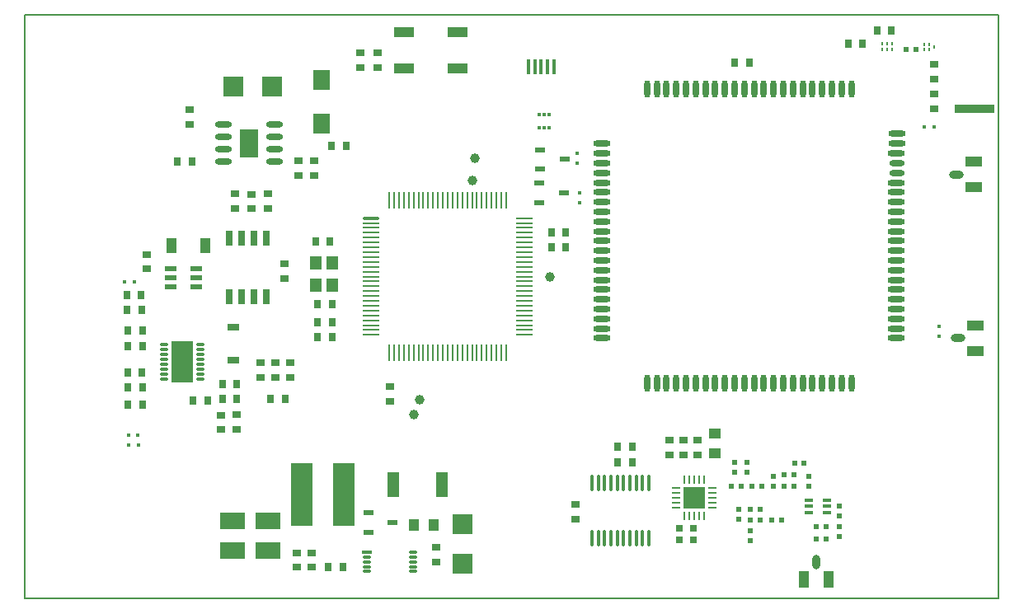
<source format=gtp>
%FSLAX25Y25*%
%MOIN*%
G70*
G01*
G75*
G04 Layer_Color=8421504*
%ADD10C,0.02000*%
%ADD11C,0.03000*%
%ADD12C,0.01500*%
%ADD13R,0.01575X0.01181*%
%ADD14R,0.03937X0.02362*%
%ADD15R,0.03347X0.02756*%
%ADD16R,0.07480X0.11811*%
%ADD17O,0.06890X0.02362*%
%ADD18O,0.02362X0.07087*%
%ADD19O,0.07087X0.02362*%
%ADD20O,0.06299X0.02362*%
%ADD21R,0.02756X0.03347*%
%ADD22R,0.00984X0.01575*%
%ADD23R,0.02362X0.01969*%
%ADD24R,0.00984X0.01299*%
G04:AMPARAMS|DCode=25|XSize=35.43mil|YSize=157.48mil|CornerRadius=1.77mil|HoleSize=0mil|Usage=FLASHONLY|Rotation=90.000|XOffset=0mil|YOffset=0mil|HoleType=Round|Shape=RoundedRectangle|*
%AMROUNDEDRECTD25*
21,1,0.03543,0.15394,0,0,90.0*
21,1,0.03189,0.15748,0,0,90.0*
1,1,0.00354,0.07697,0.01595*
1,1,0.00354,0.07697,-0.01595*
1,1,0.00354,-0.07697,-0.01595*
1,1,0.00354,-0.07697,0.01595*
%
%ADD25ROUNDEDRECTD25*%
%ADD26R,0.01181X0.01575*%
%ADD27R,0.02362X0.02362*%
%ADD28R,0.02362X0.02362*%
%ADD29R,0.03347X0.01575*%
%ADD30R,0.05118X0.03937*%
%ADD31O,0.03740X0.00984*%
%ADD32O,0.00984X0.03740*%
%ADD33R,0.08661X0.08661*%
%ADD34R,0.03150X0.02559*%
%ADD35O,0.01378X0.06693*%
%ADD36C,0.03937*%
%ADD37R,0.01200X0.01800*%
%ADD38R,0.07874X0.03937*%
%ADD39R,0.01575X0.05906*%
%ADD40R,0.07874X0.07874*%
%ADD41O,0.03937X0.01181*%
%ADD42R,0.03937X0.01181*%
%ADD43R,0.02500X0.05906*%
%ADD44R,0.04800X0.05600*%
%ADD45R,0.04724X0.03150*%
%ADD46O,0.03740X0.01378*%
%ADD47R,0.08661X0.16929*%
%ADD48R,0.04803X0.02441*%
%ADD49R,0.07087X0.07874*%
%ADD50O,0.06693X0.01063*%
%ADD51R,0.06693X0.01063*%
%ADD52R,0.01063X0.06693*%
%ADD53R,0.08898X0.25590*%
%ADD54R,0.03937X0.05118*%
%ADD55R,0.03937X0.05906*%
%ADD56R,0.07874X0.07874*%
%ADD57R,0.04724X0.09843*%
%ADD58R,0.10000X0.07000*%
%ADD59O,0.05906X0.03150*%
%ADD60R,0.07087X0.03937*%
%ADD61O,0.03150X0.05906*%
%ADD62R,0.03937X0.07087*%
%ADD63C,0.01000*%
%ADD64C,0.08000*%
%ADD65C,0.01200*%
%ADD66C,0.00800*%
%ADD67C,0.02500*%
%ADD68R,0.11600X0.03500*%
%ADD69R,0.12910X0.06885*%
%ADD70R,0.04300X0.04600*%
%ADD71R,0.04600X0.21700*%
%ADD72R,0.34969X0.11400*%
%ADD73R,0.26500X0.16000*%
%ADD74R,0.18000X0.08400*%
%ADD75R,0.10500X0.06400*%
%ADD76R,0.06000X0.09600*%
%ADD77R,0.06700X0.09800*%
%ADD78R,0.04200X0.18700*%
%ADD79R,0.06200X0.14700*%
%ADD80R,0.10400X0.95500*%
%ADD81R,0.27300X0.16100*%
%ADD82R,0.05700X0.21700*%
%ADD83R,0.08100X0.13300*%
%ADD84R,0.08700X0.05400*%
%ADD85R,0.05000X0.07173*%
%ADD86R,0.06600X0.19900*%
%ADD87C,0.00500*%
%ADD88R,0.05906X0.05906*%
%ADD89C,0.05906*%
%ADD90C,0.07874*%
%ADD91R,0.07874X0.07874*%
G04:AMPARAMS|DCode=92|XSize=51.18mil|YSize=173.23mil|CornerRadius=2.56mil|HoleSize=0mil|Usage=FLASHONLY|Rotation=90.000|XOffset=0mil|YOffset=0mil|HoleType=Round|Shape=RoundedRectangle|*
%AMROUNDEDRECTD92*
21,1,0.05118,0.16811,0,0,90.0*
21,1,0.04606,0.17323,0,0,90.0*
1,1,0.00512,0.08406,0.02303*
1,1,0.00512,0.08406,-0.02303*
1,1,0.00512,-0.08406,-0.02303*
1,1,0.00512,-0.08406,0.02303*
%
%ADD92ROUNDEDRECTD92*%
%ADD93C,0.01969*%
%ADD94R,0.05315X0.07284*%
%ADD95C,0.13780*%
%ADD96O,0.07874X0.11811*%
%ADD97R,0.07874X0.11811*%
%ADD98C,0.02000*%
%ADD99C,0.03000*%
%ADD100C,0.03500*%
%ADD101C,0.04000*%
%ADD102C,0.02598*%
%ADD103C,0.04000*%
%ADD104R,0.10876X0.04450*%
%ADD105R,0.12400X0.11000*%
%ADD106R,0.12400X0.13400*%
%ADD107R,0.42200X0.13900*%
%ADD108R,0.28100X0.17200*%
%ADD109R,0.10200X0.09400*%
%ADD110R,0.09500X0.12000*%
%ADD111C,0.05000*%
%ADD112R,0.39000X0.13800*%
%ADD113R,0.06200X0.13300*%
%ADD114R,0.21900X0.04900*%
%ADD115R,0.19300X0.05600*%
%ADD116R,0.27100X0.16800*%
%ADD117R,0.08400X0.08100*%
%ADD118R,0.08300X0.14100*%
%ADD119R,0.08661X0.11024*%
%ADD120R,0.01969X0.07874*%
%ADD121R,0.02362X0.03937*%
%ADD122R,0.02500X0.05500*%
%ADD123R,0.06299X0.01969*%
%ADD124R,0.07874X0.14410*%
%ADD125R,0.07000X0.10000*%
%ADD126R,0.07087X0.03937*%
%ADD127O,0.09843X0.02362*%
%ADD128O,0.08661X0.02362*%
%ADD129O,0.01378X0.03740*%
%ADD130R,0.16929X0.08661*%
%ADD131R,0.04843X0.02559*%
%ADD132R,0.08268X0.02756*%
%ADD133O,0.03543X0.01969*%
%ADD134O,0.03543X0.01969*%
%ADD135R,0.03543X0.01969*%
%ADD136R,0.03347X0.01575*%
%ADD137R,0.07874X0.01969*%
%ADD138R,0.05118X0.19685*%
%ADD139R,0.03150X0.04724*%
%ADD140R,0.19685X0.05118*%
%ADD141C,0.09000*%
%ADD142R,0.22800X0.06300*%
%ADD143R,0.08600X0.09700*%
%ADD144R,0.05400X0.08800*%
%ADD145R,0.03600X0.11400*%
%ADD146R,0.11100X0.13400*%
%ADD147R,0.08800X0.07400*%
%ADD148R,0.29300X0.15600*%
%ADD149R,0.14000X0.54700*%
%ADD150R,0.48700X0.11300*%
%ADD151R,0.26931X0.16000*%
%ADD152R,0.14700X0.03700*%
%ADD153R,0.08500X0.39500*%
%ADD154R,0.04900X0.17100*%
%ADD155R,0.07600X0.09400*%
%ADD156R,0.03474X0.08965*%
%ADD157R,0.08900X0.10200*%
%ADD158R,0.15200X0.28165*%
%ADD159R,0.15800X0.09700*%
%ADD160C,0.00984*%
%ADD161C,0.00300*%
%ADD162C,0.00787*%
%ADD163C,0.02362*%
%ADD164C,0.00600*%
%ADD165C,0.00700*%
%ADD166C,0.00900*%
%ADD167R,0.05417X0.06634*%
D13*
X217100Y136200D02*
D03*
Y140137D02*
D03*
X362600Y82263D02*
D03*
Y86200D02*
D03*
X216300Y156200D02*
D03*
Y152263D02*
D03*
D14*
X200832Y136226D02*
D03*
X210674Y140163D02*
D03*
X200832Y144100D02*
D03*
X201200Y149826D02*
D03*
X211042Y153763D02*
D03*
X201200Y157700D02*
D03*
X131800Y10900D02*
D03*
X141642Y6963D02*
D03*
X131800Y3026D02*
D03*
D15*
X135500Y196900D02*
D03*
Y190995D02*
D03*
X128600Y190900D02*
D03*
Y196806D02*
D03*
X360531Y186400D02*
D03*
Y192306D02*
D03*
X360500Y174400D02*
D03*
Y180306D02*
D03*
X264732Y40171D02*
D03*
Y34265D02*
D03*
X259032Y40171D02*
D03*
Y34265D02*
D03*
X253432Y40171D02*
D03*
Y34265D02*
D03*
X215632Y8300D02*
D03*
Y14206D02*
D03*
X140400Y61900D02*
D03*
Y55994D02*
D03*
X159200Y-3100D02*
D03*
Y-9005D02*
D03*
X108957Y-5316D02*
D03*
Y-11222D02*
D03*
X102865Y-5339D02*
D03*
Y-11245D02*
D03*
X103397Y153200D02*
D03*
Y147294D02*
D03*
X109820Y153200D02*
D03*
Y147294D02*
D03*
X90997Y139800D02*
D03*
Y133895D02*
D03*
X84600Y133800D02*
D03*
Y139706D02*
D03*
X77897Y133895D02*
D03*
Y139800D02*
D03*
X97831Y111600D02*
D03*
Y105694D02*
D03*
X88032Y71600D02*
D03*
Y65694D02*
D03*
X94032Y71600D02*
D03*
Y65694D02*
D03*
X100031Y71600D02*
D03*
Y65694D02*
D03*
X72000Y44500D02*
D03*
Y50406D02*
D03*
X78600Y50500D02*
D03*
Y44594D02*
D03*
X42300Y115400D02*
D03*
Y109494D02*
D03*
X59500Y173900D02*
D03*
Y167994D02*
D03*
D16*
X83500Y160400D02*
D03*
D17*
X93736Y152900D02*
D03*
Y157900D02*
D03*
Y162900D02*
D03*
Y167900D02*
D03*
X73264Y152900D02*
D03*
Y157900D02*
D03*
Y162900D02*
D03*
Y167900D02*
D03*
D18*
X244394Y182198D02*
D03*
X327072D02*
D03*
X244394Y63300D02*
D03*
X248331D02*
D03*
X252269D02*
D03*
X256206D02*
D03*
X260142D02*
D03*
X264079D02*
D03*
X268017D02*
D03*
X271954D02*
D03*
X275891D02*
D03*
X279828D02*
D03*
X283765D02*
D03*
X287702D02*
D03*
X291639D02*
D03*
X295576D02*
D03*
X299513D02*
D03*
X303450D02*
D03*
X307387D02*
D03*
X311324D02*
D03*
X315261D02*
D03*
X319198D02*
D03*
X323135D02*
D03*
X323135Y182198D02*
D03*
X319198Y182198D02*
D03*
X315261D02*
D03*
X311324D02*
D03*
X307387D02*
D03*
X303450D02*
D03*
X299513D02*
D03*
X295576D02*
D03*
X291639D02*
D03*
X287702D02*
D03*
X283765D02*
D03*
X279828Y182198D02*
D03*
X275891Y182198D02*
D03*
X271954D02*
D03*
X268017Y182198D02*
D03*
X264079Y182198D02*
D03*
X248331D02*
D03*
X260142D02*
D03*
X256206D02*
D03*
X252269D02*
D03*
X327072Y63300D02*
D03*
D19*
X345576Y164087D02*
D03*
X345182Y81410D02*
D03*
X226284D02*
D03*
X345576Y160150D02*
D03*
X345182Y156213D02*
D03*
Y144402D02*
D03*
Y140465D02*
D03*
Y136528D02*
D03*
Y132591D02*
D03*
X345182Y128654D02*
D03*
X345182Y124717D02*
D03*
Y120780D02*
D03*
Y116843D02*
D03*
Y112906D02*
D03*
Y108969D02*
D03*
Y105032D02*
D03*
Y101095D02*
D03*
Y97158D02*
D03*
Y93221D02*
D03*
Y89284D02*
D03*
Y85347D02*
D03*
X226284D02*
D03*
X226284Y89284D02*
D03*
X226284Y93221D02*
D03*
Y97158D02*
D03*
Y101095D02*
D03*
Y105032D02*
D03*
Y108969D02*
D03*
Y112906D02*
D03*
X226284Y116843D02*
D03*
X226284Y120780D02*
D03*
Y124717D02*
D03*
X226284Y128654D02*
D03*
Y132591D02*
D03*
X226284Y136528D02*
D03*
Y140465D02*
D03*
Y144402D02*
D03*
Y148339D02*
D03*
Y152276D02*
D03*
Y156213D02*
D03*
Y160150D02*
D03*
D20*
X345576Y152276D02*
D03*
Y148339D02*
D03*
D21*
X285800Y193000D02*
D03*
X279894D02*
D03*
X331631Y200600D02*
D03*
X325726D02*
D03*
X343300Y206000D02*
D03*
X337394D02*
D03*
X232537Y37700D02*
D03*
X238442D02*
D03*
X238332Y31200D02*
D03*
X232426D02*
D03*
X211637Y118200D02*
D03*
X205732D02*
D03*
X211637Y124400D02*
D03*
X205732D02*
D03*
X116866Y159200D02*
D03*
X122772D02*
D03*
X111300Y95100D02*
D03*
X117206D02*
D03*
X111232Y87900D02*
D03*
X117137D02*
D03*
X117032Y81800D02*
D03*
X111126D02*
D03*
X98132Y56900D02*
D03*
X92226D02*
D03*
X72694Y62800D02*
D03*
X78600D02*
D03*
X78600Y56800D02*
D03*
X72694D02*
D03*
X60800Y56400D02*
D03*
X66706D02*
D03*
X40500Y54500D02*
D03*
X34595D02*
D03*
X40500Y61700D02*
D03*
X34595D02*
D03*
X34400Y67600D02*
D03*
X40306D02*
D03*
X40500Y78100D02*
D03*
X34595D02*
D03*
X39900Y99000D02*
D03*
X33994D02*
D03*
X40005Y93000D02*
D03*
X34100D02*
D03*
X40500Y84500D02*
D03*
X34595D02*
D03*
X116232Y120581D02*
D03*
X110326D02*
D03*
X115500Y-11000D02*
D03*
X121405D02*
D03*
X54600Y152900D02*
D03*
X60505D02*
D03*
D22*
X339432Y198200D02*
D03*
X341400D02*
D03*
X343369D02*
D03*
Y200562D02*
D03*
X341400D02*
D03*
X339432D02*
D03*
D23*
X353169Y198200D02*
D03*
X349232D02*
D03*
D24*
X360500Y199200D02*
D03*
X358531Y200184D02*
D03*
X356563D02*
D03*
Y198216D02*
D03*
X358531D02*
D03*
D25*
X376932Y174300D02*
D03*
D26*
X360537Y166900D02*
D03*
X356600D02*
D03*
X38700Y38400D02*
D03*
X34763D02*
D03*
X38600Y42300D02*
D03*
X34663D02*
D03*
X33200Y104200D02*
D03*
X37137D02*
D03*
D27*
X282410Y21501D02*
D03*
X278473D02*
D03*
X286810D02*
D03*
X290747D02*
D03*
X303910D02*
D03*
X299973D02*
D03*
X303910Y26301D02*
D03*
X299973D02*
D03*
X307931Y30900D02*
D03*
X303994D02*
D03*
X312784Y5363D02*
D03*
X316721D02*
D03*
X316884Y363D02*
D03*
X312947D02*
D03*
X286110Y12336D02*
D03*
X290047D02*
D03*
Y7836D02*
D03*
X286110D02*
D03*
X294947D02*
D03*
X298884D02*
D03*
D28*
X295400Y21600D02*
D03*
Y25537D02*
D03*
X309732Y21600D02*
D03*
Y25537D02*
D03*
X322000Y9600D02*
D03*
Y13537D02*
D03*
Y1263D02*
D03*
Y5200D02*
D03*
X281500Y12100D02*
D03*
Y8163D02*
D03*
X286100Y-300D02*
D03*
Y3637D02*
D03*
X284710Y31201D02*
D03*
Y27264D02*
D03*
X279710Y31201D02*
D03*
Y27264D02*
D03*
D29*
X309760Y16059D02*
D03*
Y13500D02*
D03*
Y10941D02*
D03*
X317240D02*
D03*
Y13500D02*
D03*
Y16059D02*
D03*
D30*
X271731Y42927D02*
D03*
Y35053D02*
D03*
D31*
X270913Y13063D02*
D03*
Y15032D02*
D03*
Y17000D02*
D03*
Y18969D02*
D03*
Y20937D02*
D03*
X256150D02*
D03*
Y18969D02*
D03*
Y17000D02*
D03*
Y15032D02*
D03*
Y13063D02*
D03*
D32*
X267469Y24382D02*
D03*
X265500D02*
D03*
X263531D02*
D03*
X261563D02*
D03*
X259594D02*
D03*
Y9618D02*
D03*
X261563D02*
D03*
X263531D02*
D03*
X265500D02*
D03*
X267469D02*
D03*
D33*
X263531Y17000D02*
D03*
D34*
X263253Y36D02*
D03*
X257347D02*
D03*
X263253Y4564D02*
D03*
X257347Y4564D02*
D03*
D35*
X222116Y479D02*
D03*
X224675D02*
D03*
X227234D02*
D03*
X229793D02*
D03*
X232352D02*
D03*
X234911D02*
D03*
X237470D02*
D03*
X240029D02*
D03*
X242588D02*
D03*
X245147D02*
D03*
X222116Y22920D02*
D03*
X224675D02*
D03*
X227234D02*
D03*
X229793D02*
D03*
X232352D02*
D03*
X234911D02*
D03*
X237470D02*
D03*
X240029D02*
D03*
X242588D02*
D03*
X245147D02*
D03*
D36*
X205000Y106400D02*
D03*
X174800Y154400D02*
D03*
X173800Y145200D02*
D03*
X150266Y50534D02*
D03*
X152507Y56593D02*
D03*
D37*
X204800Y166600D02*
D03*
X202832D02*
D03*
X200832D02*
D03*
X202832Y171958D02*
D03*
X204800D02*
D03*
X200832D02*
D03*
D38*
X167685Y205167D02*
D03*
Y190600D02*
D03*
X146031Y205167D02*
D03*
Y190600D02*
D03*
D39*
X196531Y191300D02*
D03*
X201650D02*
D03*
X204209D02*
D03*
X206768D02*
D03*
X199091D02*
D03*
D40*
X169800Y6148D02*
D03*
Y-9600D02*
D03*
D41*
X149732Y-10940D02*
D03*
X131032Y-12909D02*
D03*
Y-10940D02*
D03*
X149732Y-8972D02*
D03*
X131032D02*
D03*
Y-7003D02*
D03*
X149732Y-5035D02*
D03*
Y-7003D02*
D03*
Y-12909D02*
D03*
D42*
X131032Y-5035D02*
D03*
D43*
X85462Y98218D02*
D03*
X80462Y121840D02*
D03*
X75462D02*
D03*
X90462Y98218D02*
D03*
X75462D02*
D03*
X90462Y121840D02*
D03*
X85462D02*
D03*
X80462Y98218D02*
D03*
D44*
X110432Y103050D02*
D03*
Y111781D02*
D03*
X117178Y103050D02*
D03*
X117178Y111781D02*
D03*
D45*
X77031Y72514D02*
D03*
Y85900D02*
D03*
D46*
X49150Y78790D02*
D03*
Y76821D02*
D03*
Y74853D02*
D03*
Y72884D02*
D03*
Y70916D02*
D03*
Y68947D02*
D03*
Y66979D02*
D03*
Y65010D02*
D03*
X63913D02*
D03*
Y66979D02*
D03*
Y68947D02*
D03*
Y70916D02*
D03*
Y72884D02*
D03*
Y74853D02*
D03*
Y76821D02*
D03*
Y78790D02*
D03*
D47*
X56532Y71900D02*
D03*
D48*
X62218Y105913D02*
D03*
Y109653D02*
D03*
X51903Y102173D02*
D03*
Y109653D02*
D03*
Y105913D02*
D03*
X62218Y102173D02*
D03*
D49*
X112831Y186016D02*
D03*
X112932Y168300D02*
D03*
D50*
X132926Y130022D02*
D03*
D51*
Y128053D02*
D03*
Y126085D02*
D03*
Y124117D02*
D03*
Y122148D02*
D03*
Y120179D02*
D03*
Y118211D02*
D03*
Y116243D02*
D03*
Y114274D02*
D03*
Y112305D02*
D03*
Y110337D02*
D03*
Y108369D02*
D03*
Y106400D02*
D03*
Y104431D02*
D03*
Y102463D02*
D03*
Y100495D02*
D03*
Y98526D02*
D03*
Y96557D02*
D03*
Y94589D02*
D03*
Y92620D02*
D03*
Y90652D02*
D03*
Y88683D02*
D03*
Y86715D02*
D03*
Y84746D02*
D03*
Y82778D02*
D03*
X194737D02*
D03*
Y84746D02*
D03*
Y86715D02*
D03*
Y88683D02*
D03*
Y90652D02*
D03*
Y92620D02*
D03*
Y94589D02*
D03*
Y96557D02*
D03*
Y98526D02*
D03*
Y100495D02*
D03*
Y102463D02*
D03*
Y104431D02*
D03*
Y106400D02*
D03*
Y108369D02*
D03*
Y110337D02*
D03*
Y112305D02*
D03*
Y114274D02*
D03*
Y116243D02*
D03*
Y118211D02*
D03*
Y120179D02*
D03*
Y122148D02*
D03*
Y124117D02*
D03*
Y126085D02*
D03*
Y128053D02*
D03*
Y130022D02*
D03*
D52*
X140209Y75494D02*
D03*
X142178D02*
D03*
X144147D02*
D03*
X146115D02*
D03*
X148083D02*
D03*
X150052D02*
D03*
X152021D02*
D03*
X153989D02*
D03*
X155957D02*
D03*
X157926D02*
D03*
X159895D02*
D03*
X161863D02*
D03*
X163831D02*
D03*
X165800D02*
D03*
X167769D02*
D03*
X169737D02*
D03*
X171705D02*
D03*
X173674D02*
D03*
X175643D02*
D03*
X177611D02*
D03*
X179579D02*
D03*
X181548D02*
D03*
X183517D02*
D03*
X185485D02*
D03*
X187453D02*
D03*
Y137305D02*
D03*
X185485D02*
D03*
X183517D02*
D03*
X181548D02*
D03*
X179579D02*
D03*
X177611D02*
D03*
X175643D02*
D03*
X173674D02*
D03*
X171705D02*
D03*
X169737D02*
D03*
X167769D02*
D03*
X165800D02*
D03*
X163831D02*
D03*
X161863D02*
D03*
X159895D02*
D03*
X157926D02*
D03*
X155957D02*
D03*
X153989D02*
D03*
X152021D02*
D03*
X150052D02*
D03*
X148083D02*
D03*
X146115D02*
D03*
X144147D02*
D03*
X142178D02*
D03*
X140209D02*
D03*
D53*
X104931Y18105D02*
D03*
X121664D02*
D03*
D54*
X150200Y5800D02*
D03*
X158074D02*
D03*
D55*
X52021Y118900D02*
D03*
X65800D02*
D03*
D56*
X92948Y183100D02*
D03*
X77200D02*
D03*
D57*
X161385Y22100D02*
D03*
X141700D02*
D03*
D58*
X76700Y-4500D02*
D03*
Y7500D02*
D03*
X91100Y-4300D02*
D03*
Y7700D02*
D03*
D59*
X370200Y81410D02*
D03*
X369431Y147700D02*
D03*
D60*
X377287Y86528D02*
D03*
X377287Y76292D02*
D03*
X376518Y152818D02*
D03*
X376518Y142582D02*
D03*
D61*
X312784Y-9084D02*
D03*
D62*
X317902Y-16171D02*
D03*
X307666Y-16171D02*
D03*
D87*
X-7068Y212300D02*
X386632D01*
X-7068Y-23921D02*
Y212300D01*
Y-23921D02*
X386632D01*
Y212300D01*
M02*

</source>
